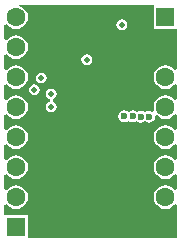
<source format=gbl>
%FSLAX44Y44*%
%MOMM*%
G71*
G01*
G75*
G04 Layer_Physical_Order=4*
G04 Layer_Color=13382400*
%ADD10C,0.2800*%
%ADD11C,1.0000*%
%ADD12C,0.5000*%
%ADD13C,0.3000*%
%ADD14R,0.3000X0.7500*%
%ADD15R,0.7500X0.3000*%
%ADD16R,0.9000X0.8000*%
%ADD17R,0.8000X0.9000*%
%ADD18R,1.4700X1.1600*%
%ADD19R,1.5500X1.1600*%
G04:AMPARAMS|DCode=20|XSize=1.4001mm|YSize=1.1999mm|CornerRadius=0.12mm|HoleSize=0mm|Usage=FLASHONLY|Rotation=0.000|XOffset=0mm|YOffset=0mm|HoleType=Round|Shape=RoundedRectangle|*
%AMROUNDEDRECTD20*
21,1,1.4001,0.9599,0,0,0.0*
21,1,1.1601,1.1999,0,0,0.0*
1,1,0.2400,0.5800,-0.4800*
1,1,0.2400,-0.5800,-0.4800*
1,1,0.2400,-0.5800,0.4800*
1,1,0.2400,0.5800,0.4800*
%
%ADD20ROUNDEDRECTD20*%
G04:AMPARAMS|DCode=21|XSize=0.7mm|YSize=1.1999mm|CornerRadius=0.07mm|HoleSize=0mm|Usage=FLASHONLY|Rotation=0.000|XOffset=0mm|YOffset=0mm|HoleType=Round|Shape=RoundedRectangle|*
%AMROUNDEDRECTD21*
21,1,0.7000,1.0599,0,0,0.0*
21,1,0.5600,1.1999,0,0,0.0*
1,1,0.1400,0.2800,-0.5300*
1,1,0.1400,-0.2800,-0.5300*
1,1,0.1400,-0.2800,0.5300*
1,1,0.1400,0.2800,0.5300*
%
%ADD21ROUNDEDRECTD21*%
%ADD22R,2.5000X2.5000*%
%ADD23R,1.6000X1.6000*%
%ADD24C,1.6000*%
%ADD25C,0.6000*%
%ADD26C,0.5000*%
%ADD27C,0.6000*%
%ADD28C,2.0160*%
%ADD29C,1.3160*%
G36*
X129500Y180300D02*
X149341D01*
Y146212D01*
X147447Y145569D01*
X146632Y146632D01*
X144543Y148235D01*
X142111Y149243D01*
X139500Y149586D01*
X136889Y149243D01*
X134457Y148235D01*
X132368Y146632D01*
X130765Y144543D01*
X129757Y142111D01*
X129414Y139500D01*
X129757Y136889D01*
X130765Y134457D01*
X132368Y132368D01*
X134457Y130765D01*
X136889Y129757D01*
X139500Y129414D01*
X142111Y129757D01*
X144543Y130765D01*
X146632Y132368D01*
X147447Y133431D01*
X149341Y132788D01*
Y120812D01*
X147447Y120169D01*
X146632Y121232D01*
X144543Y122835D01*
X142111Y123843D01*
X139500Y124186D01*
X136889Y123843D01*
X134457Y122835D01*
X132368Y121232D01*
X130765Y119143D01*
X129757Y116711D01*
X129414Y114100D01*
X129757Y111489D01*
X129883Y111187D01*
X128337Y109918D01*
X127451Y110510D01*
X125500Y110898D01*
X123549Y110510D01*
X122125Y109558D01*
X120551Y110610D01*
X118600Y110998D01*
X116649Y110610D01*
X115274Y109691D01*
X115205Y109705D01*
X115205Y109705D01*
Y109705D01*
X113551Y110810D01*
X111600Y111198D01*
X109649Y110810D01*
X108200Y109842D01*
X106751Y110810D01*
X104800Y111198D01*
X102849Y110810D01*
X101195Y109705D01*
X100090Y108051D01*
X99702Y106100D01*
X100090Y104149D01*
X101195Y102495D01*
X102849Y101390D01*
X104800Y101002D01*
X106751Y101390D01*
X108200Y102358D01*
X109649Y101390D01*
X111600Y101002D01*
X113551Y101390D01*
X114926Y102309D01*
X114995Y102295D01*
X114995Y102295D01*
Y102295D01*
X116649Y101190D01*
X118600Y100802D01*
X120551Y101190D01*
X121975Y102142D01*
X123549Y101090D01*
X125500Y100702D01*
X127451Y101090D01*
X129105Y102195D01*
X130210Y103849D01*
X130598Y105800D01*
X130524Y106171D01*
X132346Y106997D01*
X132368Y106968D01*
X134457Y105365D01*
X136889Y104357D01*
X139500Y104014D01*
X142111Y104357D01*
X144543Y105365D01*
X146632Y106968D01*
X147447Y108031D01*
X149341Y107388D01*
Y95412D01*
X147447Y94769D01*
X146632Y95832D01*
X144543Y97435D01*
X142111Y98443D01*
X139500Y98786D01*
X136889Y98443D01*
X134457Y97435D01*
X132368Y95832D01*
X130765Y93743D01*
X129757Y91311D01*
X129414Y88700D01*
X129757Y86089D01*
X130765Y83657D01*
X132368Y81568D01*
X134457Y79965D01*
X136889Y78957D01*
X139500Y78614D01*
X142111Y78957D01*
X144543Y79965D01*
X146632Y81568D01*
X147447Y82631D01*
X149341Y81988D01*
Y70012D01*
X147447Y69370D01*
X146632Y70432D01*
X144543Y72035D01*
X142111Y73043D01*
X139500Y73386D01*
X136889Y73043D01*
X134457Y72035D01*
X132368Y70432D01*
X130765Y68343D01*
X129757Y65911D01*
X129414Y63300D01*
X129757Y60690D01*
X130765Y58257D01*
X132368Y56168D01*
X134457Y54565D01*
X136889Y53557D01*
X139500Y53214D01*
X142111Y53557D01*
X144543Y54565D01*
X146632Y56168D01*
X147447Y57231D01*
X149341Y56588D01*
Y44612D01*
X147447Y43969D01*
X146632Y45032D01*
X144543Y46635D01*
X142111Y47643D01*
X139500Y47986D01*
X136889Y47643D01*
X134457Y46635D01*
X132368Y45032D01*
X130765Y42943D01*
X129757Y40511D01*
X129414Y37900D01*
X129757Y35289D01*
X130765Y32857D01*
X132368Y30768D01*
X134457Y29165D01*
X136889Y28157D01*
X139500Y27814D01*
X142111Y28157D01*
X144543Y29165D01*
X146632Y30768D01*
X147447Y31830D01*
X149341Y31188D01*
Y3059D01*
X23000D01*
Y22500D01*
X3059D01*
Y31318D01*
X4953Y31961D01*
X5868Y30768D01*
X7957Y29165D01*
X10389Y28157D01*
X13000Y27814D01*
X15611Y28157D01*
X18043Y29165D01*
X20132Y30768D01*
X21735Y32857D01*
X22743Y35289D01*
X23086Y37900D01*
X22743Y40511D01*
X21735Y42943D01*
X20132Y45032D01*
X18043Y46635D01*
X15611Y47643D01*
X13000Y47986D01*
X10389Y47643D01*
X7957Y46635D01*
X5868Y45032D01*
X4953Y43839D01*
X3059Y44482D01*
Y56718D01*
X4953Y57361D01*
X5868Y56168D01*
X7957Y54565D01*
X10389Y53557D01*
X13000Y53214D01*
X15611Y53557D01*
X18043Y54565D01*
X20132Y56168D01*
X21735Y58257D01*
X22743Y60690D01*
X23086Y63300D01*
X22743Y65911D01*
X21735Y68343D01*
X20132Y70432D01*
X18043Y72035D01*
X15611Y73043D01*
X13000Y73386D01*
X10389Y73043D01*
X7957Y72035D01*
X5868Y70432D01*
X4953Y69239D01*
X3059Y69882D01*
Y82118D01*
X4953Y82761D01*
X5868Y81568D01*
X7957Y79965D01*
X10389Y78957D01*
X13000Y78614D01*
X15611Y78957D01*
X18043Y79965D01*
X20132Y81568D01*
X21735Y83657D01*
X22743Y86089D01*
X23086Y88700D01*
X22743Y91311D01*
X21735Y93743D01*
X20132Y95832D01*
X18043Y97435D01*
X15611Y98443D01*
X13000Y98786D01*
X10389Y98443D01*
X7957Y97435D01*
X5868Y95832D01*
X4953Y94639D01*
X3059Y95282D01*
Y107518D01*
X4953Y108161D01*
X5868Y106968D01*
X7957Y105365D01*
X10389Y104357D01*
X13000Y104014D01*
X15611Y104357D01*
X18043Y105365D01*
X20132Y106968D01*
X21735Y109057D01*
X22743Y111489D01*
X23086Y114100D01*
X22743Y116711D01*
X21735Y119143D01*
X20132Y121232D01*
X18043Y122835D01*
X15611Y123843D01*
X13000Y124186D01*
X10389Y123843D01*
X7957Y122835D01*
X5868Y121232D01*
X4953Y120039D01*
X3059Y120682D01*
Y132918D01*
X4953Y133561D01*
X5868Y132368D01*
X7957Y130765D01*
X10389Y129757D01*
X13000Y129414D01*
X15611Y129757D01*
X18043Y130765D01*
X20132Y132368D01*
X21735Y134457D01*
X22743Y136889D01*
X23086Y139500D01*
X22743Y142111D01*
X21735Y144543D01*
X20132Y146632D01*
X18043Y148235D01*
X15611Y149243D01*
X13000Y149586D01*
X10389Y149243D01*
X7957Y148235D01*
X5868Y146632D01*
X4953Y145439D01*
X3059Y146082D01*
Y158318D01*
X4953Y158961D01*
X5868Y157768D01*
X7957Y156165D01*
X10389Y155157D01*
X13000Y154814D01*
X15611Y155157D01*
X18043Y156165D01*
X20132Y157768D01*
X21735Y159857D01*
X22743Y162290D01*
X23086Y164900D01*
X22743Y167511D01*
X21735Y169943D01*
X20132Y172032D01*
X18043Y173635D01*
X15611Y174643D01*
X13000Y174986D01*
X10389Y174643D01*
X7957Y173635D01*
X5868Y172032D01*
X4953Y170839D01*
X3059Y171482D01*
Y183718D01*
X4953Y184361D01*
X5868Y183168D01*
X7957Y181565D01*
X10389Y180557D01*
X13000Y180214D01*
X15611Y180557D01*
X18043Y181565D01*
X20132Y183168D01*
X21735Y185257D01*
X22743Y187689D01*
X23086Y190300D01*
X22743Y192910D01*
X21735Y195343D01*
X20132Y197432D01*
X18043Y199035D01*
X15611Y200043D01*
Y200043D01*
X15617Y200141D01*
X129500D01*
Y180300D01*
D02*
G37*
%LPC*%
G36*
X28479Y133453D02*
X26723Y133103D01*
X25235Y132109D01*
X24240Y130620D01*
X23891Y128864D01*
X24240Y127109D01*
X25235Y125620D01*
X26723Y124626D01*
X28479Y124276D01*
X30235Y124626D01*
X31724Y125620D01*
X32718Y127109D01*
X33067Y128864D01*
X32718Y130620D01*
X31724Y132109D01*
X30235Y133103D01*
X28479Y133453D01*
D02*
G37*
G36*
X42800Y129688D02*
X41044Y129339D01*
X39556Y128344D01*
X38561Y126856D01*
X38212Y125100D01*
X38561Y123344D01*
X39556Y121855D01*
X41044Y120861D01*
X41351Y120800D01*
Y118800D01*
X41044Y118739D01*
X39556Y117744D01*
X38561Y116256D01*
X38212Y114500D01*
X38561Y112744D01*
X39556Y111256D01*
X41044Y110261D01*
X42800Y109912D01*
X44556Y110261D01*
X46044Y111256D01*
X47039Y112744D01*
X47388Y114500D01*
X47039Y116256D01*
X46044Y117744D01*
X44556Y118739D01*
X44249Y118800D01*
Y120800D01*
X44556Y120861D01*
X46044Y121855D01*
X47039Y123344D01*
X47388Y125100D01*
X47039Y126856D01*
X46044Y128344D01*
X44556Y129339D01*
X42800Y129688D01*
D02*
G37*
G36*
X34400Y143288D02*
X32644Y142939D01*
X31156Y141944D01*
X30161Y140456D01*
X29812Y138700D01*
X30161Y136944D01*
X31156Y135455D01*
X32644Y134461D01*
X34400Y134112D01*
X36156Y134461D01*
X37644Y135455D01*
X38639Y136944D01*
X38988Y138700D01*
X38639Y140456D01*
X37644Y141944D01*
X36156Y142939D01*
X34400Y143288D01*
D02*
G37*
G36*
X102600Y188288D02*
X100844Y187939D01*
X99356Y186944D01*
X98361Y185456D01*
X98012Y183700D01*
X98361Y181944D01*
X99356Y180456D01*
X100844Y179461D01*
X102600Y179112D01*
X104356Y179461D01*
X105844Y180456D01*
X106839Y181944D01*
X107188Y183700D01*
X106839Y185456D01*
X105844Y186944D01*
X104356Y187939D01*
X102600Y188288D01*
D02*
G37*
G36*
X72800Y158888D02*
X71044Y158539D01*
X69556Y157544D01*
X68561Y156056D01*
X68212Y154300D01*
X68561Y152544D01*
X69556Y151056D01*
X71044Y150061D01*
X72800Y149712D01*
X74556Y150061D01*
X76044Y151056D01*
X77039Y152544D01*
X77388Y154300D01*
X77039Y156056D01*
X76044Y157544D01*
X74556Y158539D01*
X72800Y158888D01*
D02*
G37*
%LPD*%
D22*
X77000Y106000D02*
D03*
D23*
X139500Y190300D02*
D03*
X13000Y12500D02*
D03*
D24*
X139500Y164900D02*
D03*
Y139500D02*
D03*
Y114100D02*
D03*
Y88700D02*
D03*
Y63300D02*
D03*
Y37900D02*
D03*
Y12500D02*
D03*
X13000Y37900D02*
D03*
Y63300D02*
D03*
Y88700D02*
D03*
Y114100D02*
D03*
Y139500D02*
D03*
Y164900D02*
D03*
Y190300D02*
D03*
D25*
X67500Y96500D02*
D03*
X67500Y106000D02*
D03*
Y115500D02*
D03*
X86500Y96500D02*
D03*
Y115500D02*
D03*
X77000Y96500D02*
D03*
X86500Y106000D02*
D03*
X77000Y115500D02*
D03*
X125500Y105800D02*
D03*
X118600Y105900D02*
D03*
X111600Y106100D02*
D03*
X104800D02*
D03*
D26*
X53600Y127000D02*
D03*
X58600Y131800D02*
D03*
X70800Y57400D02*
D03*
X73200Y76600D02*
D03*
X115000Y47300D02*
D03*
X101000Y149600D02*
D03*
X84400Y163100D02*
D03*
X100800Y161400D02*
D03*
X100400Y172200D02*
D03*
X64400Y184900D02*
D03*
X72800Y184700D02*
D03*
X72200Y176900D02*
D03*
X72600Y193100D02*
D03*
X64800Y192500D02*
D03*
Y177100D02*
D03*
X33600Y169100D02*
D03*
X42000Y168700D02*
D03*
X48600Y167700D02*
D03*
X50200Y132800D02*
D03*
X26200Y66100D02*
D03*
X49600Y80200D02*
D03*
X52200Y86200D02*
D03*
X111800Y15500D02*
D03*
X112400Y26300D02*
D03*
X99800Y14900D02*
D03*
X68000Y16100D02*
D03*
X87800Y15500D02*
D03*
Y8500D02*
D03*
X67800Y8100D02*
D03*
X78400Y56500D02*
D03*
X79800Y65700D02*
D03*
X66200Y76400D02*
D03*
X102600Y183700D02*
D03*
X34400Y138700D02*
D03*
X28479Y128864D02*
D03*
X42800Y114500D02*
D03*
Y125100D02*
D03*
X72800Y154300D02*
D03*
X124000Y24400D02*
D03*
X124400Y11000D02*
D03*
M02*

</source>
